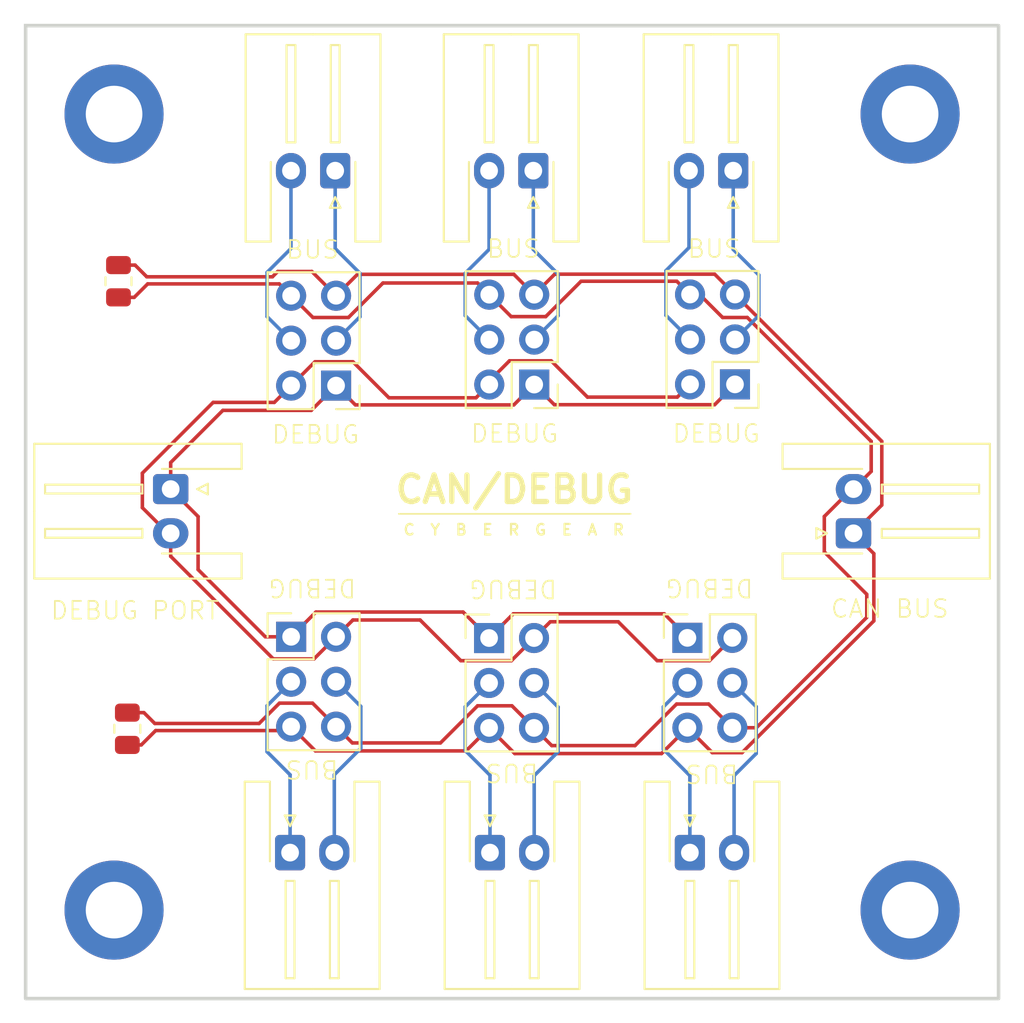
<source format=kicad_pcb>
(kicad_pcb (version 20240108) (generator "pcbnew") (generator_version "8.0")
  (layers (0 "F.Cu" signal) (31 "B.Cu" signal) (34 "B.Paste" user) (35 "F.Paste" user) (36 "B.SilkS" user "B.Silkscreen") (37 "F.SilkS" user "F.Silkscreen") (38 "B.Mask" user) (39 "F.Mask" user) (44 "Edge.Cuts" user))
  (net 0 "")
  (net 1 "Net-(J1-TX)")
  (net 2 "Net-(J8-RX)")
  (net 3 "Net-(J8-TX)")
  (net 4 "Net-(J7-TX)")
  (net 5 "Net-(J7-RX)")
  (net 6 "Net-(J1-RX)")
  (net 7 "Net-(J2-TX)")
  (net 8 "Net-(J2-RX)")
  (net 9 "Net-(J3-TX)")
  (net 10 "Net-(J3-RX)")
  (net 11 "Net-(J4-RX)")
  (net 12 "Net-(J4-TX)")
  (net 13 "Net-(J5-TX)")
  (net 14 "Net-(J5-RX)")
  (net 15 "Net-(J6-RX)")
  (net 16 "Net-(J6-TX)")
  (footprint "Connector_JST:JST_XH_S2B-XH-A-1_1x02_P2.50mm_Horizontal" (layer "F.Cu") (at 64.5 112)
    (property "Reference" "J2" (hide yes))
    (property "Value" "Cybergear 2")
    (fp_line (start -2.56 -4.01) (end -1.14 -4.01) (stroke (width 0.12)) (layer "F.SilkS"))
    (fp_line (start -2.56 7.71) (end -2.56 -4.01) (stroke (width 0.12)) (layer "F.SilkS"))
    (fp_line (start -1.14 -4.01) (end -1.14 0.49) (stroke (width 0.12)) (layer "F.SilkS"))
    (fp_line (start -0.3 -2.1) (end 0.3 -2.1) (stroke (width 0.12)) (layer "F.SilkS"))
    (fp_line (start -0.25 1.6) (end -0.25 7.1) (stroke (width 0.12)) (layer "F.SilkS"))
    (fp_line (start -0.25 7.1) (end 0.25 7.1) (stroke (width 0.12)) (layer "F.SilkS"))
    (fp_line (start 0 -1.5) (end -0.3 -2.1) (stroke (width 0.12)) (layer "F.SilkS"))
    (fp_line (start 0.25 1.6) (end -0.25 1.6) (stroke (width 0.12)) (layer "F.SilkS"))
    (fp_line (start 0.25 7.1) (end 0.25 1.6) (stroke (width 0.12)) (layer "F.SilkS"))
    (fp_line (start 0.3 -2.1) (end 0 -1.5) (stroke (width 0.12)) (layer "F.SilkS"))
    (fp_line (start 1.25 7.71) (end -2.56 7.71) (stroke (width 0.12)) (layer "F.SilkS"))
    (fp_line (start 1.25 7.71) (end 5.06 7.71) (stroke (width 0.12)) (layer "F.SilkS"))
    (fp_line (start 2.25 1.6) (end 2.25 7.1) (stroke (width 0.12)) (layer "F.SilkS"))
    (fp_line (start 2.25 7.1) (end 2.75 7.1) (stroke (width 0.12)) (layer "F.SilkS"))
    (fp_line (start 2.75 1.6) (end 2.25 1.6) (stroke (width 0.12)) (layer "F.SilkS"))
    (fp_line (start 2.75 7.1) (end 2.75 1.6) (stroke (width 0.12)) (layer "F.SilkS"))
    (fp_line (start 3.64 -4.01) (end 3.64 0.49) (stroke (width 0.12)) (layer "F.SilkS"))
    (fp_line (start 5.06 -4.01) (end 3.64 -4.01) (stroke (width 0.12)) (layer "F.SilkS"))
    (fp_line (start 5.06 7.71) (end 5.06 -4.01) (stroke (width 0.12)) (layer "F.SilkS"))
    (pad "1" thru_hole roundrect (at 0 0) (size 1.7 2) (drill 1) (layers "*.Cu" "*.Mask") (roundrect_rratio 0.147059) (net 7 "Net-(J2-TX)"))
    (pad "2" thru_hole oval (at 2.5 0) (size 1.7 2) (drill 1) (layers "*.Cu" "*.Mask") (net 8 "Net-(J2-RX)"))
  )
  (footprint "Connector_JST:JST_XH_S2B-XH-A-1_1x02_P2.50mm_Horizontal" (layer "F.Cu") (at 78.25 73.45 180)
    (property "Reference" "J6" (hide yes))
    (property "Value" "Cybergear 6")
    (fp_line (start 5.06 7.71) (end 5.06 -4.01) (stroke (width 0.12)) (layer "F.SilkS"))
    (fp_line (start 5.06 -4.01) (end 3.64 -4.01) (stroke (width 0.12)) (layer "F.SilkS"))
    (fp_line (start 3.64 -4.01) (end 3.64 0.49) (stroke (width 0.12)) (layer "F.SilkS"))
    (fp_line (start 2.75 7.1) (end 2.75 1.6) (stroke (width 0.12)) (layer "F.SilkS"))
    (fp_line (start 2.75 1.6) (end 2.25 1.6) (stroke (width 0.12)) (layer "F.SilkS"))
    (fp_line (start 2.25 7.1) (end 2.75 7.1) (stroke (width 0.12)) (layer "F.SilkS"))
    (fp_line (start 2.25 1.6) (end 2.25 7.1) (stroke (width 0.12)) (layer "F.SilkS"))
    (fp_line (start 1.25 7.71) (end 5.06 7.71) (stroke (width 0.12)) (layer "F.SilkS"))
    (fp_line (start 1.25 7.71) (end -2.56 7.71) (stroke (width 0.12)) (layer "F.SilkS"))
    (fp_line (start 0.3 -2.1) (end 0 -1.5) (stroke (width 0.12)) (layer "F.SilkS"))
    (fp_line (start 0.25 7.1) (end 0.25 1.6) (stroke (width 0.12)) (layer "F.SilkS"))
    (fp_line (start 0.25 1.6) (end -0.25 1.6) (stroke (width 0.12)) (layer "F.SilkS"))
    (fp_line (start 0 -1.5) (end -0.3 -2.1) (stroke (width 0.12)) (layer "F.SilkS"))
    (fp_line (start -0.25 7.1) (end 0.25 7.1) (stroke (width 0.12)) (layer "F.SilkS"))
    (fp_line (start -0.25 1.6) (end -0.25 7.1) (stroke (width 0.12)) (layer "F.SilkS"))
    (fp_line (start -0.3 -2.1) (end 0.3 -2.1) (stroke (width 0.12)) (layer "F.SilkS"))
    (fp_line (start -1.14 -4.01) (end -1.14 0.49) (stroke (width 0.12)) (layer "F.SilkS"))
    (fp_line (start -2.56 7.71) (end -2.56 -4.01) (stroke (width 0.12)) (layer "F.SilkS"))
    (fp_line (start -2.56 -4.01) (end -1.14 -4.01) (stroke (width 0.12)) (layer "F.SilkS"))
    (pad "1" thru_hole roundrect (at 0 0 180) (size 1.7 2) (drill 1) (layers "*.Cu" "*.Mask") (roundrect_rratio 0.147059) (net 16 "Net-(J6-TX)"))
    (pad "2" thru_hole oval (at 2.5 0 180) (size 1.7 2) (drill 1) (layers "*.Cu" "*.Mask") (net 15 "Net-(J6-RX)"))
  )
  (footprint "Resistor_SMD:R_0805_2012Metric" (layer "F.Cu") (at 44 105 -90)
    (property "Reference" "R2" (hide yes))
    (property "Value" "120")
    (fp_line (start -0.227064 0.735) (end 0.227064 0.735) (stroke (width 0.12)) (layer "F.SilkS"))
    (fp_line (start -0.227064 -0.735) (end 0.227064 -0.735) (stroke (width 0.12)) (layer "F.SilkS"))
    (pad "1" smd roundrect (at -0.9125 0 270) (size 1.025 1.4) (layers "F.Cu" "F.Paste" "F.Mask") (roundrect_rratio 0.243902) (net 2 "Net-(J8-RX)"))
    (pad "2" smd roundrect (at 0.9125 0 270) (size 1.025 1.4) (layers "F.Cu" "F.Paste" "F.Mask") (roundrect_rratio 0.243902) (net 3 "Net-(J8-TX)"))
  )
  (footprint "mss22d18:MSS22D18 Mini DIP Slide Switch 2x03" (layer "F.Cu") (at 65.65 82.81 180)
    (property "Reference" "SW5" (hide yes))
    (property "Value" "SW_Slide_DPDT")
    (fp_line (start 2.52 -4.06) (end 2.52 3.68) (stroke (width 0.12)) (layer "F.SilkS"))
    (fp_line (start -0.08 -1.46) (end -0.08 -4.06) (stroke (width 0.12)) (layer "F.SilkS"))
    (fp_line (start -0.08 -4.06) (end 2.52 -4.06) (stroke (width 0.12)) (layer "F.SilkS"))
    (fp_line (start -2.68 3.68) (end 2.52 3.68) (stroke (width 0.12)) (layer "F.SilkS"))
    (fp_line (start -2.68 -1.46) (end -0.08 -1.46) (stroke (width 0.12)) (layer "F.SilkS"))
    (fp_line (start -2.68 -1.46) (end -2.68 3.68) (stroke (width 0.12)) (layer "F.SilkS"))
    (fp_line (start -2.68 -2.73) (end -2.68 -4.06) (stroke (width 0.12)) (layer "F.SilkS"))
    (fp_line (start -2.68 -4.06) (end -1.35 -4.06) (stroke (width 0.12)) (layer "F.SilkS"))
    (pad "1" thru_hole rect (at -1.35 -2.73 180) (size 1.7 1.7) (drill 1) (layers "*.Cu" "*.Mask") (net 4 "Net-(J7-TX)"))
    (pad "2" thru_hole oval (at -1.35 -0.19 180) (size 1.7 1.7) (drill 1) (layers "*.Cu" "*.Mask") (net 13 "Net-(J5-TX)"))
    (pad "3" thru_hole oval (at -1.35 2.35 180) (size 1.7 1.7) (drill 1) (layers "*.Cu" "*.Mask") (net 3 "Net-(J8-TX)"))
    (pad "4" thru_hole oval (at 1.19 2.35 180) (size 1.7 1.7) (drill 1) (layers "*.Cu" "*.Mask") (net 2 "Net-(J8-RX)"))
    (pad "5" thru_hole oval (at 1.19 -0.19 180) (size 1.7 1.7) (drill 1) (layers "*.Cu" "*.Mask") (net 14 "Net-(J5-RX)"))
    (pad "6" thru_hole oval (at 1.19 -2.73 180) (size 1.7 1.7) (drill 1) (layers "*.Cu" "*.Mask") (net 5 "Net-(J7-RX)"))
  )
  (footprint "MountingHole:MountingHole_3.2mm_M3_DIN965_Pad" (layer "F.Cu") (at 88.25 70.25 180)
    (property "Reference" "H3" (hide yes))
    (property "Value" "MountingHole_Pad" (hide yes))
    (pad "1" thru_hole circle (at 0 0 180) (size 5.6 5.6) (drill 3.2) (layers "*.Cu" "*.Mask"))
  )
  (footprint "Resistor_SMD:R_0805_2012Metric" (layer "F.Cu") (at 43.5 79.7 90)
    (property "Reference" "R1" (hide yes))
    (property "Value" "120")
    (fp_line (start -0.227064 -0.735) (end 0.227064 -0.735) (stroke (width 0.12)) (layer "F.SilkS"))
    (fp_line (start -0.227064 0.735) (end 0.227064 0.735) (stroke (width 0.12)) (layer "F.SilkS"))
    (pad "1" smd roundrect (at -0.9125 0 90) (size 1.025 1.4) (layers "F.Cu" "F.Paste" "F.Mask") (roundrect_rratio 0.243902) (net 2 "Net-(J8-RX)"))
    (pad "2" smd roundrect (at 0.9125 0 90) (size 1.025 1.4) (layers "F.Cu" "F.Paste" "F.Mask") (roundrect_rratio 0.243902) (net 3 "Net-(J8-TX)"))
  )
  (footprint "MountingHole:MountingHole_3.2mm_M3_DIN965_Pad" (layer "F.Cu") (at 88.25 115.25 180)
    (property "Reference" "H2" (hide yes))
    (property "Value" "MountingHole_Pad" (hide yes))
    (pad "1" thru_hole circle (at 0 0 180) (size 5.6 5.6) (drill 3.2) (layers "*.Cu" "*.Mask"))
  )
  (footprint "Connector_JST:JST_XH_S2B-XH-A-1_1x02_P2.50mm_Horizontal" (layer "F.Cu") (at 46.45 91.45 -90)
    (property "Reference" "J7" (hide yes))
    (property "Value" "Debug")
    (fp_line (start -2.56 7.71) (end -2.56 -4.01) (stroke (width 0.12)) (layer "F.SilkS"))
    (fp_line (start 1.25 7.71) (end -2.56 7.71) (stroke (width 0.12)) (layer "F.SilkS"))
    (fp_line (start 1.25 7.71) (end 5.06 7.71) (stroke (width 0.12)) (layer "F.SilkS"))
    (fp_line (start 5.06 7.71) (end 5.06 -4.01) (stroke (width 0.12)) (layer "F.SilkS"))
    (fp_line (start -0.25 7.1) (end 0.25 7.1) (stroke (width 0.12)) (layer "F.SilkS"))
    (fp_line (start 0.25 7.1) (end 0.25 1.6) (stroke (width 0.12)) (layer "F.SilkS"))
    (fp_line (start 2.25 7.1) (end 2.75 7.1) (stroke (width 0.12)) (layer "F.SilkS"))
    (fp_line (start 2.75 7.1) (end 2.75 1.6) (stroke (width 0.12)) (layer "F.SilkS"))
    (fp_line (start -0.25 1.6) (end -0.25 7.1) (stroke (width 0.12)) (layer "F.SilkS"))
    (fp_line (start 0.25 1.6) (end -0.25 1.6) (stroke (width 0.12)) (layer "F.SilkS"))
    (fp_line (start 2.25 1.6) (end 2.25 7.1) (stroke (width 0.12)) (layer "F.SilkS"))
    (fp_line (start 2.75 1.6) (end 2.25 1.6) (stroke (width 0.12)) (layer "F.SilkS"))
    (fp_line (start 0 -1.5) (end -0.3 -2.1) (stroke (width 0.12)) (layer "F.SilkS"))
    (fp_line (start -0.3 -2.1) (end 0.3 -2.1) (stroke (width 0.12)) (layer "F.SilkS"))
    (fp_line (start 0.3 -2.1) (end 0 -1.5) (stroke (width 0.12)) (layer "F.SilkS"))
    (fp_line (start -2.56 -4.01) (end -1.14 -4.01) (stroke (width 0.12)) (layer "F.SilkS"))
    (fp_line (start -1.14 -4.01) (end -1.14 0.49) (stroke (width 0.12)) (layer "F.SilkS"))
    (fp_line (start 3.64 -4.01) (end 3.64 0.49) (stroke (width 0.12)) (layer "F.SilkS"))
    (fp_line (start 5.06 -4.01) (end 3.64 -4.01) (stroke (width 0.12)) (layer "F.SilkS"))
    (pad "1" thru_hole roundrect (at 0 0 270) (size 1.7 2) (drill 1) (layers "*.Cu" "*.Mask") (roundrect_rratio 0.147059) (net 4 "Net-(J7-TX)"))
    (pad "2" thru_hole oval (at 2.5 0 270) (size 1.7 2) (drill 1) (layers "*.Cu" "*.Mask") (net 5 "Net-(J7-RX)"))
  )
  (footprint "mss22d18:MSS22D18 Mini DIP Slide Switch 2x03" (layer "F.Cu") (at 54.61 102.53)
    (property "Reference" "SW1" (hide yes))
    (property "Value" "SW_Slide_DPDT")
    (fp_line (start -2.68 -4.06) (end -1.35 -4.06) (stroke (width 0.12)) (layer "F.SilkS"))
    (fp_line (start -2.68 -2.73) (end -2.68 -4.06) (stroke (width 0.12)) (layer "F.SilkS"))
    (fp_line (start -2.68 -1.46) (end -2.68 3.68) (stroke (width 0.12)) (layer "F.SilkS"))
    (fp_line (start -2.68 -1.46) (end -0.08 -1.46) (stroke (width 0.12)) (layer "F.SilkS"))
    (fp_line (start -2.68 3.68) (end 2.52 3.68) (stroke (width 0.12)) (layer "F.SilkS"))
    (fp_line (start -0.08 -4.06) (end 2.52 -4.06) (stroke (width 0.12)) (layer "F.SilkS"))
    (fp_line (start -0.08 -1.46) (end -0.08 -4.06) (stroke (width 0.12)) (layer "F.SilkS"))
    (fp_line (start 2.52 -4.06) (end 2.52 3.68) (stroke (width 0.12)) (layer "F.SilkS"))
    (pad "1" thru_hole rect (at -1.35 -2.73) (size 1.7 1.7) (drill 1) (layers "*.Cu" "*.Mask") (net 4 "Net-(J7-TX)"))
    (pad "2" thru_hole oval (at -1.35 -0.19) (size 1.7 1.7) (drill 1) (layers "*.Cu" "*.Mask") (net 1 "Net-(J1-TX)"))
    (pad "3" thru_hole oval (at -1.35 2.35) (size 1.7 1.7) (drill 1) (layers "*.Cu" "*.Mask") (net 3 "Net-(J8-TX)"))
    (pad "4" thru_hole oval (at 1.19 2.35) (size 1.7 1.7) (drill 1) (layers "*.Cu" "*.Mask") (net 2 "Net-(J8-RX)"))
    (pad "5" thru_hole oval (at 1.19 -0.19) (size 1.7 1.7) (drill 1) (layers "*.Cu" "*.Mask") (net 6 "Net-(J1-RX)"))
    (pad "6" thru_hole oval (at 1.19 -2.73) (size 1.7 1.7) (drill 1) (layers "*.Cu" "*.Mask") (net 5 "Net-(J7-RX)"))
  )
  (footprint "Connector_JST:JST_XH_S2B-XH-A-1_1x02_P2.50mm_Horizontal" (layer "F.Cu") (at 85.05 93.95 90)
    (property "Reference" "J8" (hide yes))
    (property "Value" "Cyberboard")
    (fp_line (start 5.06 -4.01) (end 3.64 -4.01) (stroke (width 0.12)) (layer "F.SilkS"))
    (fp_line (start 3.64 -4.01) (end 3.64 0.49) (stroke (width 0.12)) (layer "F.SilkS"))
    (fp_line (start -1.14 -4.01) (end -1.14 0.49) (stroke (width 0.12)) (layer "F.SilkS"))
    (fp_line (start -2.56 -4.01) (end -1.14 -4.01) (stroke (width 0.12)) (layer "F.SilkS"))
    (fp_line (start 0.3 -2.1) (end 0 -1.5) (stroke (width 0.12)) (layer "F.SilkS"))
    (fp_line (start -0.3 -2.1) (end 0.3 -2.1) (stroke (width 0.12)) (layer "F.SilkS"))
    (fp_line (start 0 -1.5) (end -0.3 -2.1) (stroke (width 0.12)) (layer "F.SilkS"))
    (fp_line (start 2.75 1.6) (end 2.25 1.6) (stroke (width 0.12)) (layer "F.SilkS"))
    (fp_line (start 2.25 1.6) (end 2.25 7.1) (stroke (width 0.12)) (layer "F.SilkS"))
    (fp_line (start 0.25 1.6) (end -0.25 1.6) (stroke (width 0.12)) (layer "F.SilkS"))
    (fp_line (start -0.25 1.6) (end -0.25 7.1) (stroke (width 0.12)) (layer "F.SilkS"))
    (fp_line (start 2.75 7.1) (end 2.75 1.6) (stroke (width 0.12)) (layer "F.SilkS"))
    (fp_line (start 2.25 7.1) (end 2.75 7.1) (stroke (width 0.12)) (layer "F.SilkS"))
    (fp_line (start 0.25 7.1) (end 0.25 1.6) (stroke (width 0.12)) (layer "F.SilkS"))
    (fp_line (start -0.25 7.1) (end 0.25 7.1) (stroke (width 0.12)) (layer "F.SilkS"))
    (fp_line (start 5.06 7.71) (end 5.06 -4.01) (stroke (width 0.12)) (layer "F.SilkS"))
    (fp_line (start 1.25 7.71) (end 5.06 7.71) (stroke (width 0.12)) (layer "F.SilkS"))
    (fp_line (start 1.25 7.71) (end -2.56 7.71) (stroke (width 0.12)) (layer "F.SilkS"))
    (fp_line (start -2.56 7.71) (end -2.56 -4.01) (stroke (width 0.12)) (layer "F.SilkS"))
    (pad "1" thru_hole roundrect (at 0 0 90) (size 1.7 2) (drill 1) (layers "*.Cu" "*.Mask") (roundrect_rratio 0.147059) (net 3 "Net-(J8-TX)"))
    (pad "2" thru_hole oval (at 2.5 0 90) (size 1.7 2) (drill 1) (layers "*.Cu" "*.Mask") (net 2 "Net-(J8-RX)"))
  )
  (footprint "mss22d18:MSS22D18 Mini DIP Slide Switch 2x03" (layer "F.Cu") (at 65.8 102.6)
    (property "Reference" "SW2" (hide yes))
    (property "Value" "SW_Slide_DPDT")
    (fp_line (start -2.68 -4.06) (end -1.35 -4.06) (stroke (width 0.12)) (layer "F.SilkS"))
    (fp_line (start -2.68 -2.73) (end -2.68 -4.06) (stroke (width 0.12)) (layer "F.SilkS"))
    (fp_line (start -2.68 -1.46) (end -2.68 3.68) (stroke (width 0.12)) (layer "F.SilkS"))
    (fp_line (start -2.68 -1.46) (end -0.08 -1.46) (stroke (width 0.12)) (layer "F.SilkS"))
    (fp_line (start -2.68 3.68) (end 2.52 3.68) (stroke (width 0.12)) (layer "F.SilkS"))
    (fp_line (start -0.08 -4.06) (end 2.52 -4.06) (stroke (width 0.12)) (layer "F.SilkS"))
    (fp_line (start -0.08 -1.46) (end -0.08 -4.06) (stroke (width 0.12)) (layer "F.SilkS"))
    (fp_line (start 2.52 -4.06) (end 2.52 3.68) (stroke (width 0.12)) (layer "F.SilkS"))
    (pad "1" thru_hole rect (at -1.35 -2.73) (size 1.7 1.7) (drill 1) (layers "*.Cu" "*.Mask") (net 4 "Net-(J7-TX)"))
    (pad "2" thru_hole oval (at -1.35 -0.19) (size 1.7 1.7) (drill 1) (layers "*.Cu" "*.Mask") (net 7 "Net-(J2-TX)"))
    (pad "3" thru_hole oval (at -1.35 2.35) (size 1.7 1.7) (drill 1) (layers "*.Cu" "*.Mask") (net 3 "Net-(J8-TX)"))
    (pad "4" thru_hole oval (at 1.19 2.35) (size 1.7 1.7) (drill 1) (layers "*.Cu" "*.Mask") (net 2 "Net-(J8-RX)"))
    (pad "5" thru_hole oval (at 1.19 -0.19) (size 1.7 1.7) (drill 1) (layers "*.Cu" "*.Mask") (net 8 "Net-(J2-RX)"))
    (pad "6" thru_hole oval (at 1.19 -2.73) (size 1.7 1.7) (drill 1) (layers "*.Cu" "*.Mask") (net 5 "Net-(J7-RX)"))
  )
  (footprint "mss22d18:MSS22D18 Mini DIP Slide Switch 2x03" (layer "F.Cu") (at 77 82.8 180)
    (property "Reference" "SW6" (hide yes))
    (property "Value" "SW_Slide_DPDT")
    (fp_line (start 2.52 -4.06) (end 2.52 3.68) (stroke (width 0.12)) (layer "F.SilkS"))
    (fp_line (start -0.08 -1.46) (end -0.08 -4.06) (stroke (width 0.12)) (layer "F.SilkS"))
    (fp_line (start -0.08 -4.06) (end 2.52 -4.06) (stroke (width 0.12)) (layer "F.SilkS"))
    (fp_line (start -2.68 3.68) (end 2.52 3.68) (stroke (width 0.12)) (layer "F.SilkS"))
    (fp_line (start -2.68 -1.46) (end -0.08 -1.46) (stroke (width 0.12)) (layer "F.SilkS"))
    (fp_line (start -2.68 -1.46) (end -2.68 3.68) (stroke (width 0.12)) (layer "F.SilkS"))
    (fp_line (start -2.68 -2.73) (end -2.68 -4.06) (stroke (width 0.12)) (layer "F.SilkS"))
    (fp_line (start -2.68 -4.06) (end -1.35 -4.06) (stroke (width 0.12)) (layer "F.SilkS"))
    (pad "1" thru_hole rect (at -1.35 -2.73 180) (size 1.7 1.7) (drill 1) (layers "*.Cu" "*.Mask") (net 4 "Net-(J7-TX)"))
    (pad "2" thru_hole oval (at -1.35 -0.19 180) (size 1.7 1.7) (drill 1) (layers "*.Cu" "*.Mask") (net 16 "Net-(J6-TX)"))
    (pad "3" thru_hole oval (at -1.35 2.35 180) (size 1.7 1.7) (drill 1) (layers "*.Cu" "*.Mask") (net 3 "Net-(J8-TX)"))
    (pad "4" thru_hole oval (at 1.19 2.35 180) (size 1.7 1.7) (drill 1) (layers "*.Cu" "*.Mask") (net 2 "Net-(J8-RX)"))
    (pad "5" thru_hole oval (at 1.19 -0.19 180) (size 1.7 1.7) (drill 1) (layers "*.Cu" "*.Mask") (net 15 "Net-(J6-RX)"))
    (pad "6" thru_hole oval (at 1.19 -2.73 180) (size 1.7 1.7) (drill 1) (layers "*.Cu" "*.Mask") (net 5 "Net-(J7-RX)"))
  )
  (footprint "mss22d18:MSS22D18 Mini DIP Slide Switch 2x03" (layer "F.Cu") (at 54.45 82.87 180)
    (property "Reference" "SW4" (hide yes))
    (property "Value" "SW_Slide_DPDT")
    (fp_line (start 2.52 -4.06) (end 2.52 3.68) (stroke (width 0.12)) (layer "F.SilkS"))
    (fp_line (start -0.08 -1.46) (end -0.08 -4.06) (stroke (width 0.12)) (layer "F.SilkS"))
    (fp_line (start -0.08 -4.06) (end 2.52 -4.06) (stroke (width 0.12)) (layer "F.SilkS"))
    (fp_line (start -2.68 3.68) (end 2.52 3.68) (stroke (width 0.12)) (layer "F.SilkS"))
    (fp_line (start -2.68 -1.46) (end -0.08 -1.46) (stroke (width 0.12)) (layer "F.SilkS"))
    (fp_line (start -2.68 -1.46) (end -2.68 3.68) (stroke (width 0.12)) (layer "F.SilkS"))
    (fp_line (start -2.68 -2.73) (end -2.68 -4.06) (stroke (width 0.12)) (layer "F.SilkS"))
    (fp_line (start -2.68 -4.06) (end -1.35 -4.06) (stroke (width 0.12)) (layer "F.SilkS"))
    (pad "1" thru_hole rect (at -1.35 -2.73 180) (size 1.7 1.7) (drill 1) (layers "*.Cu" "*.Mask") (net 4 "Net-(J7-TX)"))
    (pad "2" thru_hole oval (at -1.35 -0.19 180) (size 1.7 1.7) (drill 1) (layers "*.Cu" "*.Mask") (net 12 "Net-(J4-TX)"))
    (pad "3" thru_hole oval (at -1.35 2.35 180) (size 1.7 1.7) (drill 1) (layers "*.Cu" "*.Mask") (net 3 "Net-(J8-TX)"))
    (pad "4" thru_hole oval (at 1.19 2.35 180) (size 1.7 1.7) (drill 1) (layers "*.Cu" "*.Mask") (net 2 "Net-(J8-RX)"))
    (pad "5" thru_hole oval (at 1.19 -0.19 180) (size 1.7 1.7) (drill 1) (layers "*.Cu" "*.Mask") (net 11 "Net-(J4-RX)"))
    (pad "6" thru_hole oval (at 1.19 -2.73 180) (size 1.7 1.7) (drill 1) (layers "*.Cu" "*.Mask") (net 5 "Net-(J7-RX)"))
  )
  (footprint "mss22d18:MSS22D18 Mini DIP Slide Switch 2x03" (layer "F.Cu") (at 77.01 102.59)
    (property "Reference" "SW3" (hide yes))
    (property "Value" "SW_Slide_DPDT")
    (fp_line (start -2.68 -4.06) (end -1.35 -4.06) (stroke (width 0.12)) (layer "F.SilkS"))
    (fp_line (start -2.68 -2.73) (end -2.68 -4.06) (stroke (width 0.12)) (layer "F.SilkS"))
    (fp_line (start -2.68 -1.46) (end -2.68 3.68) (stroke (width 0.12)) (layer "F.SilkS"))
    (fp_line (start -2.68 -1.46) (end -0.08 -1.46) (stroke (width 0.12)) (layer "F.SilkS"))
    (fp_line (start -2.68 3.68) (end 2.52 3.68) (stroke (width 0.12)) (layer "F.SilkS"))
    (fp_line (start -0.08 -4.06) (end 2.52 -4.06) (stroke (width 0.12)) (layer "F.SilkS"))
    (fp_line (start -0.08 -1.46) (end -0.08 -4.06) (stroke (width 0.12)) (layer "F.SilkS"))
    (fp_line (start 2.52 -4.06) (end 2.52 3.68) (stroke (width 0.12)) (layer "F.SilkS"))
    (pad "1" thru_hole rect (at -1.35 -2.73) (size 1.7 1.7) (drill 1) (layers "*.Cu" "*.Mask") (net 4 "Net-(J7-TX)"))
    (pad "2" thru_hole oval (at -1.35 -0.19) (size 1.7 1.7) (drill 1) (layers "*.Cu" "*.Mask") (net 9 "Net-(J3-TX)"))
    (pad "3" thru_hole oval (at -1.35 2.35) (size 1.7 1.7) (drill 1) (layers "*.Cu" "*.Mask") (net 3 "Net-(J8-TX)"))
    (pad "4" thru_hole oval (at 1.19 2.35) (size 1.7 1.7) (drill 1) (layers "*.Cu" "*.Mask") (net 2 "Net-(J8-RX)"))
    (pad "5" thru_hole oval (at 1.19 -0.19) (size 1.7 1.7) (drill 1) (layers "*.Cu" "*.Mask") (net 10 "Net-(J3-RX)"))
    (pad "6" thru_hole oval (at 1.19 -2.73) (size 1.7 1.7) (drill 1) (layers "*.Cu" "*.Mask") (net 5 "Net-(J7-RX)"))
  )
  (footprint "Connector_JST:JST_XH_S2B-XH-A-1_1x02_P2.50mm_Horizontal" (layer "F.Cu") (at 66.95 73.45 180)
    (property "Reference" "J5" (hide yes))
    (property "Value" "Cybergear 5")
    (fp_line (start 5.06 7.71) (end 5.06 -4.01) (stroke (width 0.12)) (layer "F.SilkS"))
    (fp_line (start 5.06 -4.01) (end 3.64 -4.01) (stroke (width 0.12)) (layer "F.SilkS"))
    (fp_line (start 3.64 -4.01) (end 3.64 0.49) (stroke (width 0.12)) (layer "F.SilkS"))
    (fp_line (start 2.75 7.1) (end 2.75 1.6) (stroke (width 0.12)) (layer "F.SilkS"))
    (fp_line (start 2.75 1.6) (end 2.25 1.6) (stroke (width 0.12)) (layer "F.SilkS"))
    (fp_line (start 2.25 7.1) (end 2.75 7.1) (stroke (width 0.12)) (layer "F.SilkS"))
    (fp_line (start 2.25 1.6) (end 2.25 7.1) (stroke (width 0.12)) (layer "F.SilkS"))
    (fp_line (start 1.25 7.71) (end 5.06 7.71) (stroke (width 0.12)) (layer "F.SilkS"))
    (fp_line (start 1.25 7.71) (end -2.56 7.71) (stroke (width 0.12)) (layer "F.SilkS"))
    (fp_line (start 0.3 -2.1) (end 0 -1.5) (stroke (width 0.12)) (layer "F.SilkS"))
    (fp_line (start 0.25 7.1) (end 0.25 1.6) (stroke (width 0.12)) (layer "F.SilkS"))
    (fp_line (start 0.25 1.6) (end -0.25 1.6) (stroke (width 0.12)) (layer "F.SilkS"))
    (fp_line (start 0 -1.5) (end -0.3 -2.1) (stroke (width 0.12)) (layer "F.SilkS"))
    (fp_line (start -0.25 7.1) (end 0.25 7.1) (stroke (width 0.12)) (layer "F.SilkS"))
    (fp_line (start -0.25 1.6) (end -0.25 7.1) (stroke (width 0.12)) (layer "F.SilkS"))
    (fp_line (start -0.3 -2.1) (end 0.3 -2.1) (stroke (width 0.12)) (layer "F.SilkS"))
    (fp_line (start -1.14 -4.01) (end -1.14 0.49) (stroke (width 0.12)) (layer "F.SilkS"))
    (fp_line (start -2.56 7.71) (end -2.56 -4.01) (stroke (width 0.12)) (layer "F.SilkS"))
    (fp_line (start -2.56 -4.01) (end -1.14 -4.01) (stroke (width 0.12)) (layer "F.SilkS"))
    (pad "1" thru_hole roundrect (at 0 0 180) (size 1.7 2) (drill 1) (layers "*.Cu" "*.Mask") (roundrect_rratio 0.147059) (net 13 "Net-(J5-TX)"))
    (pad "2" thru_hole oval (at 2.5 0 180) (size 1.7 2) (drill 1) (layers "*.Cu" "*.Mask") (net 14 "Net-(J5-RX)"))
  )
  (footprint "Connector_JST:JST_XH_S2B-XH-A-1_1x02_P2.50mm_Horizontal" (layer "F.Cu") (at 55.75 73.45 180)
    (property "Reference" "J4" (hide yes))
    (property "Value" "Cybergear 4")
    (fp_line (start 5.06 7.71) (end 5.06 -4.01) (stroke (width 0.12)) (layer "F.SilkS"))
    (fp_line (start 5.06 -4.01) (end 3.64 -4.01) (stroke (width 0.12)) (layer "F.SilkS"))
    (fp_line (start 3.64 -4.01) (end 3.64 0.49) (stroke (width 0.12)) (layer "F.SilkS"))
    (fp_line (start 2.75 7.1) (end 2.75 1.6) (stroke (width 0.12)) (layer "F.SilkS"))
    (fp_line (start 2.75 1.6) (end 2.25 1.6) (stroke (width 0.12)) (layer "F.SilkS"))
    (fp_line (start 2.25 7.1) (end 2.75 7.1) (stroke (width 0.12)) (layer "F.SilkS"))
    (fp_line (start 2.25 1.6) (end 2.25 7.1) (stroke (width 0.12)) (layer "F.SilkS"))
    (fp_line (start 1.25 7.71) (end 5.06 7.71) (stroke (width 0.12)) (layer "F.SilkS"))
    (fp_line (start 1.25 7.71) (end -2.56 7.71) (stroke (width 0.12)) (layer "F.SilkS"))
    (fp_line (start 0.3 -2.1) (end 0 -1.5) (stroke (width 0.12)) (layer "F.SilkS"))
    (fp_line (start 0.25 7.1) (end 0.25 1.6) (stroke (width 0.12)) (layer "F.SilkS"))
    (fp_line (start 0.25 1.6) (end -0.25 1.6) (stroke (width 0.12)) (layer "F.SilkS"))
    (fp_line (start 0 -1.5) (end -0.3 -2.1) (stroke (width 0.12)) (layer "F.SilkS"))
    (fp_line (start -0.25 7.1) (end 0.25 7.1) (stroke (width 0.12)) (layer "F.SilkS"))
    (fp_line (start -0.25 1.6) (end -0.25 7.1) (stroke (width 0.12)) (layer "F.SilkS"))
    (fp_line (start -0.3 -2.1) (end 0.3 -2.1) (stroke (width 0.12)) (layer "F.SilkS"))
    (fp_line (start -1.14 -4.01) (end -1.14 0.49) (stroke (width 0.12)) (layer "F.SilkS"))
    (fp_line (start -2.56 7.71) (end -2.56 -4.01) (stroke (width 0.12)) (layer "F.SilkS"))
    (fp_line (start -2.56 -4.01) (end -1.14 -4.01) (stroke (width 0.12)) (layer "F.SilkS"))
    (pad "1" thru_hole roundrect (at 0 0 180) (size 1.7 2) (drill 1) (layers "*.Cu" "*.Mask") (roundrect_rratio 0.147059) (net 12 "Net-(J4-TX)"))
    (pad "2" thru_hole oval (at 2.5 0 180) (size 1.7 2) (drill 1) (layers "*.Cu" "*.Mask") (net 11 "Net-(J4-RX)"))
  )
  (footprint "Connector_JST:JST_XH_S2B-XH-A-1_1x02_P2.50mm_Horizontal" (layer "F.Cu") (at 53.2 112)
    (property "Reference" "J1" (hide yes))
    (property "Value" "Cybergear 1")
    (fp_line (start -2.56 -4.01) (end -1.14 -4.01) (stroke (width 0.12)) (layer "F.SilkS"))
    (fp_line (start -2.56 7.71) (end -2.56 -4.01) (stroke (width 0.12)) (layer "F.SilkS"))
    (fp_line (start -1.14 -4.01) (end -1.14 0.49) (stroke (width 0.12)) (layer "F.SilkS"))
    (fp_line (start -0.3 -2.1) (end 0.3 -2.1) (stroke (width 0.12)) (layer "F.SilkS"))
    (fp_line (start -0.25 1.6) (end -0.25 7.1) (stroke (width 0.12)) (layer "F.SilkS"))
    (fp_line (start -0.25 7.1) (end 0.25 7.1) (stroke (width 0.12)) (layer "F.SilkS"))
    (fp_line (start 0 -1.5) (end -0.3 -2.1) (stroke (width 0.12)) (layer "F.SilkS"))
    (fp_line (start 0.25 1.6) (end -0.25 1.6) (stroke (width 0.12)) (layer "F.SilkS"))
    (fp_line (start 0.25 7.1) (end 0.25 1.6) (stroke (width 0.12)) (layer "F.SilkS"))
    (fp_line (start 0.3 -2.1) (end 0 -1.5) (stroke (width 0.12)) (layer "F.SilkS"))
    (fp_line (start 1.25 7.71) (end -2.56 7.71) (stroke (width 0.12)) (layer "F.SilkS"))
    (fp_line (start 1.25 7.71) (end 5.06 7.71) (stroke (width 0.12)) (layer "F.SilkS"))
    (fp_line (start 2.25 1.6) (end 2.25 7.1) (stroke (width 0.12)) (layer "F.SilkS"))
    (fp_line (start 2.25 7.1) (end 2.75 7.1) (stroke (width 0.12)) (layer "F.SilkS"))
    (fp_line (start 2.75 1.6) (end 2.25 1.6) (stroke (width 0.12)) (layer "F.SilkS"))
    (fp_line (start 2.75 7.1) (end 2.75 1.6) (stroke (width 0.12)) (layer "F.SilkS"))
    (fp_line (start 3.64 -4.01) (end 3.64 0.49) (stroke (width 0.12)) (layer "F.SilkS"))
    (fp_line (start 5.06 -4.01) (end 3.64 -4.01) (stroke (width 0.12)) (layer "F.SilkS"))
    (fp_line (start 5.06 7.71) (end 5.06 -4.01) (stroke (width 0.12)) (layer "F.SilkS"))
    (pad "1" thru_hole roundrect (at 0 0) (size 1.7 2) (drill 1) (layers "*.Cu" "*.Mask") (roundrect_rratio 0.147059) (net 1 "Net-(J1-TX)"))
    (pad "2" thru_hole oval (at 2.5 0) (size 1.7 2) (drill 1) (layers "*.Cu" "*.Mask") (net 6 "Net-(J1-RX)"))
  )
  (footprint "MountingHole:MountingHole_3.2mm_M3_DIN965_Pad" (layer "F.Cu") (at 43.25 115.25 180)
    (property "Reference" "H4" (hide yes))
    (property "Value" "MountingHole_Pad" (hide yes))
    (pad "1" thru_hole circle (at 0 0 180) (size 5.6 5.6) (drill 3.2) (layers "*.Cu" "*.Mask"))
  )
  (footprint "Connector_JST:JST_XH_S2B-XH-A-1_1x02_P2.50mm_Horizontal" (layer "F.Cu") (at 75.8 112)
    (property "Reference" "J3" (hide yes))
    (property "Value" "Cybergear 3")
    (fp_line (start -2.56 -4.01) (end -1.14 -4.01) (stroke (width 0.12)) (layer "F.SilkS"))
    (fp_line (start -2.56 7.71) (end -2.56 -4.01) (stroke (width 0.12)) (layer "F.SilkS"))
    (fp_line (start -1.14 -4.01) (end -1.14 0.49) (stroke (width 0.12)) (layer "F.SilkS"))
    (fp_line (start -0.3 -2.1) (end 0.3 -2.1) (stroke (width 0.12)) (layer "F.SilkS"))
    (fp_line (start -0.25 1.6) (end -0.25 7.1) (stroke (width 0.12)) (layer "F.SilkS"))
    (fp_line (start -0.25 7.1) (end 0.25 7.1) (stroke (width 0.12)) (layer "F.SilkS"))
    (fp_line (start 0 -1.5) (end -0.3 -2.1) (stroke (width 0.12)) (layer "F.SilkS"))
    (fp_line (start 0.25 1.6) (end -0.25 1.6) (stroke (width 0.12)) (layer "F.SilkS"))
    (fp_line (start 0.25 7.1) (end 0.25 1.6) (stroke (width 0.12)) (layer "F.SilkS"))
    (fp_line (start 0.3 -2.1) (end 0 -1.5) (stroke (width 0.12)) (layer "F.SilkS"))
    (fp_line (start 1.25 7.71) (end -2.56 7.71) (stroke (width 0.12)) (layer "F.SilkS"))
    (fp_line (start 1.25 7.71) (end 5.06 7.71) (stroke (width 0.12)) (layer "F.SilkS"))
    (fp_line (start 2.25 1.6) (end 2.25 7.1) (stroke (width 0.12)) (layer "F.SilkS"))
    (fp_line (start 2.25 7.1) (end 2.75 7.1) (stroke (width 0.12)) (layer "F.SilkS"))
    (fp_line (start 2.75 1.6) (end 2.25 1.6) (stroke (width 0.12)) (layer "F.SilkS"))
    (fp_line (start 2.75 7.1) (end 2.75 1.6) (stroke (width 0.12)) (layer "F.SilkS"))
    (fp_line (start 3.64 -4.01) (end 3.64 0.49) (stroke (width 0.12)) (layer "F.SilkS"))
    (fp_line (start 5.06 -4.01) (end 3.64 -4.01) (stroke (width 0.12)) (layer "F.SilkS"))
    (fp_line (start 5.06 7.71) (end 5.06 -4.01) (stroke (width 0.12)) (layer "F.SilkS"))
    (pad "1" thru_hole roundrect (at 0 0) (size 1.7 2) (drill 1) (layers "*.Cu" "*.Mask") (roundrect_rratio 0.147059) (net 9 "Net-(J3-TX)"))
    (pad "2" thru_hole oval (at 2.5 0) (size 1.7 2) (drill 1) (layers "*.Cu" "*.Mask") (net 10 "Net-(J3-RX)"))
  )
  (footprint "MountingHole:MountingHole_3.2mm_M3_DIN965_Pad" (layer "F.Cu") (at 43.25 70.25 180)
    (property "Reference" "H1" (hide yes))
    (property "Value" "MountingHole_Pad" (hide yes))
    (pad "1" thru_hole circle (at 0 0 180) (size 5.6 5.6) (drill 3.2) (layers "*.Cu" "*.Mask"))
  )
  (gr_line (start 59.35 92.85) (end 72.45 92.85) (stroke (width 0.1)) (layer "F.SilkS"))
  (gr_rect (start 38.25 65.25) (end 93.25 120.25) (stroke (width 0.2)) (fill none) (layer "Edge.Cuts"))
  (gr_text "C  Y  B  E  R  G  E  A  R" (at 59.55 94.1 0) (layer "F.SilkS") (effects (font (size 0.6 0.6) (thickness 0.125) (bold yes)) (justify left bottom)))
  (gr_text "BUS" (at 67.3 106.9 180) (layer "F.SilkS") (effects (font (size 1 1) (thickness 0.1)) (justify left bottom)))
  (gr_text "DEBUG" (at 63.35 88.9 0) (layer "F.SilkS") (effects (font (size 1 1) (thickness 0.1)) (justify left bottom)))
  (gr_text "DEBUG PORT" (at 39.6 98.9 0) (layer "F.SilkS") (effects (font (size 1 1) (thickness 0.1)) (justify left bottom)))
  (gr_text "DEBUG" (at 68.35 96.5 180) (layer "F.SilkS") (effects (font (size 1 1) (thickness 0.1)) (justify left bottom)))
  (gr_text "BUS" (at 75.6 78.45 0) (layer "F.SilkS") (effects (font (size 1 1) (thickness 0.1)) (justify left bottom)))
  (gr_text "DEBUG" (at 52.1 88.95 0) (layer "F.SilkS") (effects (font (size 1 1) (thickness 0.1)) (justify left bottom)))
  (gr_text "BUS" (at 78.6 106.95 180) (layer "F.SilkS") (effects (font (size 1 1) (thickness 0.1)) (justify left bottom)))
  (gr_text "BUS" (at 64.25 78.45 0) (layer "F.SilkS") (effects (font (size 1 1) (thickness 0.1)) (justify left bottom)))
  (gr_text "DEBUG" (at 57 96.45 180) (layer "F.SilkS") (effects (font (size 1 1) (thickness 0.1)) (justify left bottom)))
  (gr_text "CAN BUS" (at 83.7 98.8 0) (layer "F.SilkS") (effects (font (size 1 1) (thickness 0.1)) (justify left bottom)))
  (gr_text "DEBUG" (at 74.75 88.9 0) (layer "F.SilkS") (effects (font (size 1 1) (thickness 0.1)) (justify left bottom)))
  (gr_text "BUS" (at 52.9 78.5 0) (layer "F.SilkS") (effects (font (size 1 1) (thickness 0.1)) (justify left bottom)))
  (gr_text "DEBUG" (at 79.45 96.45 180) (layer "F.SilkS") (effects (font (size 1 1) (thickness 0.1)) (justify left bottom)))
  (gr_text "BUS" (at 56 106.7 180) (layer "F.SilkS") (effects (font (size 1 1) (thickness 0.1)) (justify left bottom)))
  (gr_text "CAN/DEBUG" (at 59 92.35 0) (layer "F.SilkS") (effects (font (size 1.5 1.5) (thickness 0.3) (bold yes)) (justify left bottom)))
  (segment (start 51.9 106.3) (end 51.9 103.7) (width 0.2) (layer "B.Cu") (net 1))
  (segment (start 51.9 103.7) (end 53.26 102.34) (width 0.2) (layer "B.Cu") (net 1))
  (segment (start 53.2 107.6) (end 51.9 106.3) (width 0.2) (layer "B.Cu") (net 1))
  (segment (start 53.2 112) (end 53.2 107.6) (width 0.2) (layer "B.Cu") (net 1))
  (segment (start 83.4 93) (end 83.4 95) (width 0.2) (layer "F.Cu") (net 2))
  (segment (start 53.26 80.52) (end 52.59 79.85) (width 0.2) (layer "F.Cu") (net 2))
  (segment (start 75.06 79.7) (end 75.81 80.45) (width 0.2) (layer "F.Cu") (net 2))
  (segment (start 77.65 81.75) (end 79.05 81.75) (width 0.2) (layer "F.Cu") (net 2))
  (segment (start 51.45 104.7) (end 45.55 104.7) (width 0.2) (layer "F.Cu") (net 2))
  (segment (start 45.15 79.85) (end 44.3875 80.6125) (width 0.2) (layer "F.Cu") (net 2))
  (segment (start 75.05 103.6) (end 76.86 103.6) (width 0.2) (layer "F.Cu") (net 2))
  (segment (start 79.05 81.75) (end 86.05 88.75) (width 0.2) (layer "F.Cu") (net 2))
  (segment (start 66.99 104.95) (end 67.99 105.95) (width 0.2) (layer "F.Cu") (net 2))
  (segment (start 85.05 91.45) (end 84.95 91.45) (width 0.2) (layer "F.Cu") (net 2))
  (segment (start 86.05 88.75) (end 86.05 90.45) (width 0.2) (layer "F.Cu") (net 2))
  (segment (start 44.9375 104.0875) (end 44 104.0875) (width 0.2) (layer "F.Cu") (net 2))
  (segment (start 76.86 103.6) (end 78.2 104.94) (width 0.2) (layer "F.Cu") (net 2))
  (segment (start 64.46 80.46) (end 65.7 81.7) (width 0.2) (layer "F.Cu") (net 2))
  (segment (start 56.5 81.75) (end 58.45 79.8) (width 0.2) (layer "F.Cu") (net 2))
  (segment (start 83.4 95) (end 85.8 97.4) (width 0.2) (layer "F.Cu") (net 2))
  (segment (start 86.05 90.45) (end 85.05 91.45) (width 0.2) (layer "F.Cu") (net 2))
  (segment (start 56.72 105.8) (end 61.7 105.8) (width 0.2) (layer "F.Cu") (net 2))
  (segment (start 84.95 91.45) (end 83.4 93) (width 0.2) (layer "F.Cu") (net 2))
  (segment (start 85.8 97.4) (end 85.8 98.7) (width 0.2) (layer "F.Cu") (net 2))
  (segment (start 63.8 103.7) (end 65.74 103.7) (width 0.2) (layer "F.Cu") (net 2))
  (segment (start 67.99 105.95) (end 72.7 105.95) (width 0.2) (layer "F.Cu") (net 2))
  (segment (start 61.7 105.8) (end 63.8 103.7) (width 0.2) (layer "F.Cu") (net 2))
  (segment (start 52.59 79.85) (end 45.15 79.85) (width 0.2) (layer "F.Cu") (net 2))
  (segment (start 69.65 79.7) (end 75.06 79.7) (width 0.2) (layer "F.Cu") (net 2))
  (segment (start 53.26 80.52) (end 54.49 81.75) (width 0.2) (layer "F.Cu") (net 2))
  (segment (start 76.35 80.45) (end 77.65 81.75) (width 0.2) (layer "F.Cu") (net 2))
  (segment (start 52.6 103.55) (end 51.45 104.7) (width 0.2) (layer "F.Cu") (net 2))
  (segment (start 58.45 79.8) (end 63.8 79.8) (width 0.2) (layer "F.Cu") (net 2))
  (segment (start 54.47 103.55) (end 52.6 103.55) (width 0.2) (layer "F.Cu") (net 2))
  (segment (start 85.8 98.7) (end 79.56 104.94) (width 0.2) (layer "F.Cu") (net 2))
  (segment (start 63.8 79.8) (end 64.46 80.46) (width 0.2) (layer "F.Cu") (net 2))
  (segment (start 79.56 104.94) (end 78.2 104.94) (width 0.2) (layer "F.Cu") (net 2))
  (segment (start 55.8 104.88) (end 56.72 105.8) (width 0.2) (layer "F.Cu") (net 2))
  (segment (start 72.7 105.95) (end 75.05 103.6) (width 0.2) (layer "F.Cu") (net 2))
  (segment (start 45.55 104.7) (end 44.9375 104.0875) (width 0.2) (layer "F.Cu") (net 2))
  (segment (start 75.81 80.45) (end 76.35 80.45) (width 0.2) (layer "F.Cu") (net 2))
  (segment (start 65.74 103.7) (end 66.99 104.95) (width 0.2) (layer "F.Cu") (net 2))
  (segment (start 44.3875 80.6125) (end 43.5 80.6125) (width 0.2) (layer "F.Cu") (net 2))
  (segment (start 65.7 81.7) (end 67.65 81.7) (width 0.2) (layer "F.Cu") (net 2))
  (segment (start 55.8 104.88) (end 54.47 103.55) (width 0.2) (layer "F.Cu") (net 2))
  (segment (start 54.49 81.75) (end 56.5 81.75) (width 0.2) (layer "F.Cu") (net 2))
  (segment (start 67.65 81.7) (end 69.65 79.7) (width 0.2) (layer "F.Cu") (net 2))
  (segment (start 67 80.46) (end 68.16 79.3) (width 0.2) (layer "F.Cu") (net 3))
  (segment (start 78.35 80.45) (end 86.65 88.75) (width 0.2) (layer "F.Cu") (net 3))
  (segment (start 53.26 104.88) (end 53.04 105.1) (width 0.2) (layer "F.Cu") (net 3))
  (segment (start 77.2 79.3) (end 78.35 80.45) (width 0.2) (layer "F.Cu") (net 3))
  (segment (start 65.9 106.4) (end 74.2 106.4) (width 0.2) (layer "F.Cu") (net 3))
  (segment (start 85.05 93.95) (end 86.2 95.1) (width 0.2) (layer "F.Cu") (net 3))
  (segment (start 44.4375 78.7875) (end 45.1 79.45) (width 0.2) (layer "F.Cu") (net 3))
  (segment (start 74.2 106.4) (end 75.66 104.94) (width 0.2) (layer "F.Cu") (net 3))
  (segment (start 78.75 106.35) (end 77.07 106.35) (width 0.2) (layer "F.Cu") (net 3))
  (segment (start 77.07 106.35) (end 75.66 104.94) (width 0.2) (layer "F.Cu") (net 3))
  (segment (start 68.16 79.3) (end 77.2 79.3) (width 0.2) (layer "F.Cu") (net 3))
  (segment (start 52.5 79.15) (end 54.43 79.15) (width 0.2) (layer "F.Cu") (net 3))
  (segment (start 53.04 105.1) (end 45.6 105.1) (width 0.2) (layer "F.Cu") (net 3))
  (segment (start 55.8 80.52) (end 57.01 79.31) (width 0.2) (layer "F.Cu") (net 3))
  (segment (start 45.6 105.1) (end 44.7875 105.9125) (width 0.2) (layer "F.Cu") (net 3))
  (segment (start 63.15 106.25) (end 64.45 104.95) (width 0.2) (layer "F.Cu") (net 3))
  (segment (start 65.85 79.31) (end 67 80.46) (width 0.2) (layer "F.Cu") (net 3))
  (segment (start 52.2 79.45) (end 52.5 79.15) (width 0.2) (layer "F.Cu") (net 3))
  (segment (start 86.2 95.1) (end 86.2 98.9) (width 0.2) (layer "F.Cu") (net 3))
  (segment (start 43.5 78.7875) (end 44.4375 78.7875) (width 0.2) (layer "F.Cu") (net 3))
  (segment (start 86.2 98.9) (end 78.75 106.35) (width 0.2) (layer "F.Cu") (net 3))
  (segment (start 86.65 92.35) (end 85.05 93.95) (width 0.2) (layer "F.Cu") (net 3))
  (segment (start 53.26 104.88) (end 54.63 106.25) (width 0.2) (layer "F.Cu") (net 3))
  (segment (start 64.45 104.95) (end 65.9 106.4) (width 0.2) (layer "F.Cu") (net 3))
  (segment (start 86.65 88.75) (end 86.65 92.35) (width 0.2) (layer "F.Cu") (net 3))
  (segment (start 54.43 79.15) (end 55.8 80.52) (width 0.2) (layer "F.Cu") (net 3))
  (segment (start 54.63 106.25) (end 63.15 106.25) (width 0.2) (layer "F.Cu") (net 3))
  (segment (start 57.01 79.31) (end 65.85 79.31) (width 0.2) (layer "F.Cu") (net 3))
  (segment (start 45.1 79.45) (end 52.2 79.45) (width 0.2) (layer "F.Cu") (net 3))
  (segment (start 44.7875 105.9125) (end 44 105.9125) (width 0.2) (layer "F.Cu") (net 3))
  (segment (start 46.45 91.45) (end 46.45 89.95) (width 0.2) (layer "F.Cu") (net 4))
  (segment (start 54.4 87) (end 55.8 85.6) (width 0.2) (layer "F.Cu") (net 4))
  (segment (start 65.82 98.5) (end 64.45 99.87) (width 0.2) (layer "F.Cu") (net 4))
  (segment (start 62.98 98.4) (end 54.66 98.4) (width 0.2) (layer "F.Cu") (net 4))
  (segment (start 55.8 85.6) (end 56.89 86.69) (width 0.2) (layer "F.Cu") (net 4))
  (segment (start 54.66 98.4) (end 53.26 99.8) (width 0.2) (layer "F.Cu") (net 4))
  (segment (start 77.2 86.68) (end 78.35 85.53) (width 0.2) (layer "F.Cu") (net 4))
  (segment (start 68.14 86.68) (end 77.2 86.68) (width 0.2) (layer "F.Cu") (net 4))
  (segment (start 74.35 98.5) (end 65.82 98.5) (width 0.2) (layer "F.Cu") (net 4))
  (segment (start 75.66 99.86) (end 75.66 99.81) (width 0.2) (layer "F.Cu") (net 4))
  (segment (start 48 96) (end 48 93) (width 0.2) (layer "F.Cu") (net 4))
  (segment (start 53.26 99.8) (end 51.8 99.8) (width 0.2) (layer "F.Cu") (net 4))
  (segment (start 48 93) (end 46.45 91.45) (width 0.2) (layer "F.Cu") (net 4))
  (segment (start 67 85.54) (end 68.14 86.68) (width 0.2) (layer "F.Cu") (net 4))
  (segment (start 75.66 99.81) (end 74.35 98.5) (width 0.2) (layer "F.Cu") (net 4))
  (segment (start 56.89 86.69) (end 65.85 86.69) (width 0.2) (layer "F.Cu") (net 4))
  (segment (start 64.45 99.87) (end 62.98 98.4) (width 0.2) (layer "F.Cu") (net 4))
  (segment (start 49.4 87) (end 54.4 87) (width 0.2) (layer "F.Cu") (net 4))
  (segment (start 46.45 89.95) (end 49.4 87) (width 0.2) (layer "F.Cu") (net 4))
  (segment (start 65.85 86.69) (end 67 85.54) (width 0.2) (layer "F.Cu") (net 4))
  (segment (start 51.8 99.8) (end 48 96) (width 0.2) (layer "F.Cu") (net 4))
  (segment (start 64.46 85.34) (end 65.6 84.2) (width 0.2) (layer "F.Cu") (net 5))
  (segment (start 73.95 101.15) (end 76.91 101.15) (width 0.2) (layer "F.Cu") (net 5))
  (segment (start 56.75 84.25) (end 58.79 86.29) (width 0.2) (layer "F.Cu") (net 5))
  (segment (start 44.85 92.5) (end 44.85 90.55) (width 0.2) (layer "F.Cu") (net 5))
  (segment (start 54.55 101.05) (end 52.25 101.05) (width 0.2) (layer "F.Cu") (net 5))
  (segment (start 65.6 84.2) (end 67.96 84.2) (width 0.2) (layer "F.Cu") (net 5))
  (segment (start 67.91 98.95) (end 71.75 98.95) (width 0.2) (layer "F.Cu") (net 5))
  (segment (start 63.71 86.29) (end 64.46 85.54) (width 0.2) (layer "F.Cu") (net 5))
  (segment (start 52.31 86.55) (end 53.26 85.6) (width 0.2) (layer "F.Cu") (net 5))
  (segment (start 71.75 98.95) (end 73.95 101.15) (width 0.2) (layer "F.Cu") (net 5))
  (segment (start 75.09 86.25) (end 75.81 85.53) (width 0.2) (layer "F.Cu") (net 5))
  (segment (start 48.85 86.55) (end 52.31 86.55) (width 0.2) (layer "F.Cu") (net 5))
  (segment (start 65.71 101.15) (end 66.99 99.87) (width 0.2) (layer "F.Cu") (net 5))
  (segment (start 70.01 86.25) (end 75.09 86.25) (width 0.2) (layer "F.Cu") (net 5))
  (segment (start 76.91 101.15) (end 78.2 99.86) (width 0.2) (layer "F.Cu") (net 5))
  (segment (start 62.85 101.15) (end 65.71 101.15) (width 0.2) (layer "F.Cu") (net 5))
  (segment (start 52.25 101.05) (end 46.45 95.25) (width 0.2) (layer "F.Cu") (net 5))
  (segment (start 67.96 84.2) (end 70.01 86.25) (width 0.2) (layer "F.Cu") (net 5))
  (segment (start 55.8 99.8) (end 56.75 98.85) (width 0.2) (layer "F.Cu") (net 5))
  (segment (start 54.61 84.25) (end 56.75 84.25) (width 0.2) (layer "F.Cu") (net 5))
  (segment (start 46.3 93.95) (end 44.85 92.5) (width 0.2) (layer "F.Cu") (net 5))
  (segment (start 46.45 93.95) (end 46.3 93.95) (width 0.2) (layer "F.Cu") (net 5))
  (segment (start 44.85 90.55) (end 48.85 86.55) (width 0.2) (layer "F.Cu") (net 5))
  (segment (start 46.45 95.25) (end 46.45 93.95) (width 0.2) (layer "F.Cu") (net 5))
  (segment (start 60.55 98.85) (end 62.85 101.15) (width 0.2) (layer "F.Cu") (net 5))
  (segment (start 56.75 98.85) (end 60.55 98.85) (width 0.2) (layer "F.Cu") (net 5))
  (segment (start 53.26 85.6) (end 54.61 84.25) (width 0.2) (layer "F.Cu") (net 5))
  (segment (start 66.99 99.87) (end 67.91 98.95) (width 0.2) (layer "F.Cu") (net 5))
  (segment (start 58.79 86.29) (end 63.71 86.29) (width 0.2) (layer "F.Cu") (net 5))
  (segment (start 64.46 85.54) (end 64.46 85.34) (width 0.2) (layer "F.Cu") (net 5))
  (segment (start 55.8 99.8) (end 54.55 101.05) (width 0.2) (layer "F.Cu") (net 5))
  (segment (start 57.2 106.1) (end 57.2 103.74) (width 0.2) (layer "B.Cu") (net 6))
  (segment (start 55.7 112) (end 55.7 107.6) (width 0.2) (layer "B.Cu") (net 6))
  (segment (start 55.7 107.6) (end 57.2 106.1) (width 0.2) (layer "B.Cu") (net 6))
  (segment (start 57.2 103.74) (end 55.8 102.34) (width 0.2) (layer "B.Cu") (net 6))
  (segment (start 63.1 106.225) (end 63.1 103.76) (width 0.2) (layer "B.Cu") (net 7))
  (segment (start 64.5 107.625) (end 63.1 106.225) (width 0.2) (layer "B.Cu") (net 7))
  (segment (start 64.5 112) (end 64.5 107.625) (width 0.2) (layer "B.Cu") (net 7))
  (segment (start 63.1 103.76) (end 64.45 102.41) (width 0.2) (layer "B.Cu") (net 7))
  (segment (start 68.35 106.3) (end 68.35 103.77) (width 0.2) (layer "B.Cu") (net 8))
  (segment (start 67 107.65) (end 68.35 106.3) (width 0.2) (layer "B.Cu") (net 8))
  (segment (start 68.35 103.77) (end 66.99 102.41) (width 0.2) (layer "B.Cu") (net 8))
  (segment (start 67 112) (end 67 107.65) (width 0.2) (layer "B.Cu") (net 8))
  (segment (start 74.3 103.76) (end 75.66 102.4) (width 0.2) (layer "B.Cu") (net 9))
  (segment (start 75.8 107.65) (end 74.3 106.15) (width 0.2) (layer "B.Cu") (net 9))
  (segment (start 74.3 106.15) (end 74.3 103.76) (width 0.2) (layer "B.Cu") (net 9))
  (segment (start 75.8 112) (end 75.8 107.65) (width 0.2) (layer "B.Cu") (net 9))
  (segment (start 79.55 106.4) (end 79.55 103.75) (width 0.2) (layer "B.Cu") (net 10))
  (segment (start 78.3 107.65) (end 79.55 106.4) (width 0.2) (layer "B.Cu") (net 10))
  (segment (start 79.55 103.75) (end 78.2 102.4) (width 0.2) (layer "B.Cu") (net 10))
  (segment (start 78.3 112) (end 78.3 107.65) (width 0.2) (layer "B.Cu") (net 10))
  (segment (start 51.9 81.7) (end 51.9 79.2) (width 0.2) (layer "B.Cu") (net 11))
  (segment (start 53.26 83.06) (end 51.9 81.7) (width 0.2) (layer "B.Cu") (net 11))
  (segment (start 51.9 79.2) (end 53.25 77.85) (width 0.2) (layer "B.Cu") (net 11))
  (segment (start 53.25 77.85) (end 53.25 73.45) (width 0.2) (layer "B.Cu") (net 11))
  (segment (start 57.15 81.71) (end 57.15 79.25) (width 0.2) (layer "B.Cu") (net 12))
  (segment (start 55.8 83.06) (end 57.15 81.71) (width 0.2) (layer "B.Cu") (net 12))
  (segment (start 55.75 77.85) (end 55.75 73.45) (width 0.2) (layer "B.Cu") (net 12))
  (segment (start 57.15 79.25) (end 55.75 77.85) (width 0.2) (layer "B.Cu") (net 12))
  (segment (start 67 83) (end 68.35 81.65) (width 0.2) (layer "B.Cu") (net 13))
  (segment (start 68.35 79.3) (end 66.95 77.9) (width 0.2) (layer "B.Cu") (net 13))
  (segment (start 68.35 81.65) (end 68.35 79.3) (width 0.2) (layer "B.Cu") (net 13))
  (segment (start 66.95 77.9) (end 66.95 73.45) (width 0.2) (layer "B.Cu") (net 13))
  (segment (start 64.46 83) (end 63.1 81.64) (width 0.2) (layer "B.Cu") (net 14))
  (segment (start 64.45 77.9) (end 64.45 73.45) (width 0.2) (layer "B.Cu") (net 14))
  (segment (start 63.1 79.25) (end 64.45 77.9) (width 0.2) (layer "B.Cu") (net 14))
  (segment (start 63.1 81.64) (end 63.1 79.25) (width 0.2) (layer "B.Cu") (net 14))
  (segment (start 75.75 77.8) (end 75.75 73.45) (width 0.2) (layer "B.Cu") (net 15))
  (segment (start 75.81 82.99) (end 74.45 81.63) (width 0.2) (layer "B.Cu") (net 15))
  (segment (start 74.45 81.63) (end 74.45 79.1) (width 0.2) (layer "B.Cu") (net 15))
  (segment (start 74.45 79.1) (end 75.75 77.8) (width 0.2) (layer "B.Cu") (net 15))
  (segment (start 79.7 81.64) (end 79.7 79.35) (width 0.2) (layer "B.Cu") (net 16))
  (segment (start 78.35 82.99) (end 79.7 81.64) (width 0.2) (layer "B.Cu") (net 16))
  (segment (start 79.7 79.35) (end 78.25 77.9) (width 0.2) (layer "B.Cu") (net 16))
  (segment (start 78.25 77.9) (end 78.25 73.45) (width 0.2) (layer "B.Cu") (net 16))
)
</source>
